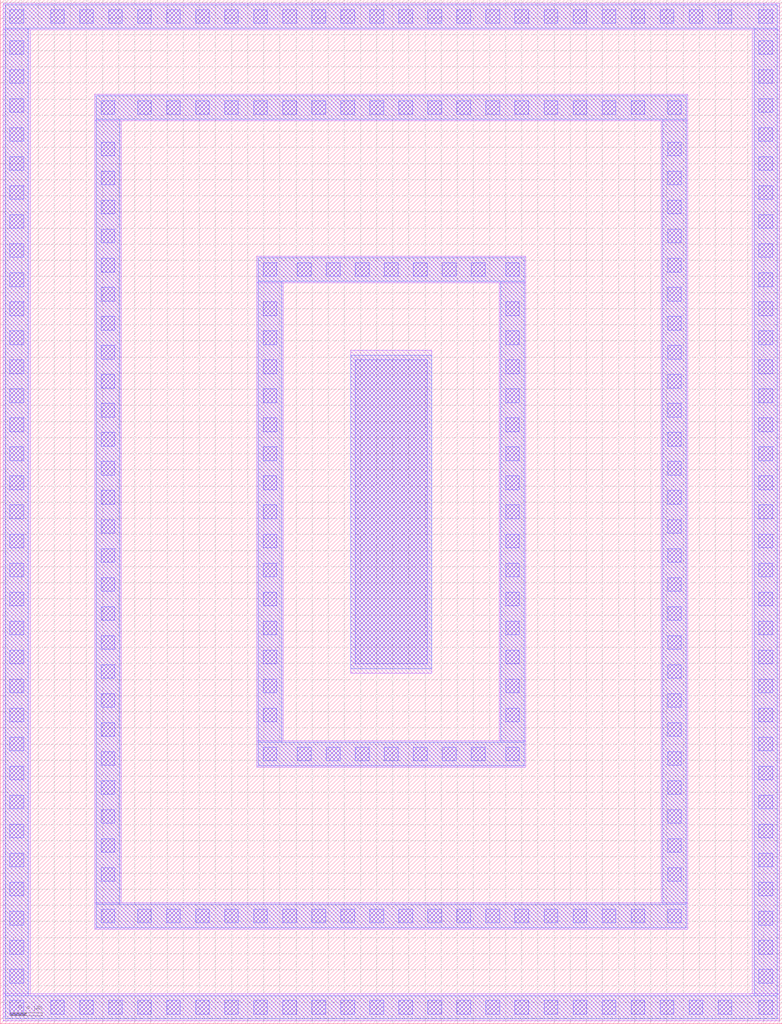
<source format=lef>
# Copyright 2020 The SkyWater PDK Authors
#
# Licensed under the Apache License, Version 2.0 (the "License");
# you may not use this file except in compliance with the License.
# You may obtain a copy of the License at
#
#     https://www.apache.org/licenses/LICENSE-2.0
#
# Unless required by applicable law or agreed to in writing, software
# distributed under the License is distributed on an "AS IS" BASIS,
# WITHOUT WARRANTIES OR CONDITIONS OF ANY KIND, either express or implied.
# See the License for the specific language governing permissions and
# limitations under the License.
#
# SPDX-License-Identifier: Apache-2.0

VERSION 5.7 ;
  NOWIREEXTENSIONATPIN ON ;
  DIVIDERCHAR "/" ;
  BUSBITCHARS "[]" ;
MACRO sky130_fd_pr__rf_npn_05v5_W1p00L4p00
  CLASS BLOCK ;
  FOREIGN sky130_fd_pr__rf_npn_05v5_W1p00L4p00 ;
  ORIGIN -0.130000 -0.130000 ;
  SIZE  9.700000 BY  12.70000 ;
  OBS
    LAYER li1 ;
      RECT 0.170000  0.170000 9.790000  0.500000 ;
      RECT 0.170000  0.500000 0.500000 12.460000 ;
      RECT 0.170000 12.460000 9.790000 12.790000 ;
      RECT 1.300000  1.300000 8.660000  1.630000 ;
      RECT 1.300000  1.630000 1.630000 11.330000 ;
      RECT 1.300000 11.330000 8.660000 11.660000 ;
      RECT 3.310000  3.310000 6.650000  3.640000 ;
      RECT 3.310000  3.640000 3.640000  9.320000 ;
      RECT 3.310000  9.320000 6.650000  9.650000 ;
      RECT 4.475000  4.475000 5.485000  8.485000 ;
      RECT 6.320000  3.640000 6.650000  9.320000 ;
      RECT 8.330000  1.630000 8.660000 11.330000 ;
      RECT 9.460000  0.500000 9.790000 12.460000 ;
    LAYER mcon ;
      RECT 0.250000  0.250000 0.420000  0.420000 ;
      RECT 0.250000  0.635000 0.420000  0.805000 ;
      RECT 0.250000  0.995000 0.420000  1.165000 ;
      RECT 0.250000  1.355000 0.420000  1.525000 ;
      RECT 0.250000  1.715000 0.420000  1.885000 ;
      RECT 0.250000  2.075000 0.420000  2.245000 ;
      RECT 0.250000  2.435000 0.420000  2.605000 ;
      RECT 0.250000  2.795000 0.420000  2.965000 ;
      RECT 0.250000  3.155000 0.420000  3.325000 ;
      RECT 0.250000  3.515000 0.420000  3.685000 ;
      RECT 0.250000  3.875000 0.420000  4.045000 ;
      RECT 0.250000  4.235000 0.420000  4.405000 ;
      RECT 0.250000  4.595000 0.420000  4.765000 ;
      RECT 0.250000  4.955000 0.420000  5.125000 ;
      RECT 0.250000  5.315000 0.420000  5.485000 ;
      RECT 0.250000  5.675000 0.420000  5.845000 ;
      RECT 0.250000  6.035000 0.420000  6.205000 ;
      RECT 0.250000  6.395000 0.420000  6.565000 ;
      RECT 0.250000  6.755000 0.420000  6.925000 ;
      RECT 0.250000  7.115000 0.420000  7.285000 ;
      RECT 0.250000  7.475000 0.420000  7.645000 ;
      RECT 0.250000  7.835000 0.420000  8.005000 ;
      RECT 0.250000  8.195000 0.420000  8.365000 ;
      RECT 0.250000  8.555000 0.420000  8.725000 ;
      RECT 0.250000  8.915000 0.420000  9.085000 ;
      RECT 0.250000  9.275000 0.420000  9.445000 ;
      RECT 0.250000  9.635000 0.420000  9.805000 ;
      RECT 0.250000  9.995000 0.420000 10.165000 ;
      RECT 0.250000 10.355000 0.420000 10.525000 ;
      RECT 0.250000 10.715000 0.420000 10.885000 ;
      RECT 0.250000 11.075000 0.420000 11.245000 ;
      RECT 0.250000 11.435000 0.420000 11.605000 ;
      RECT 0.250000 11.795000 0.420000 11.965000 ;
      RECT 0.250000 12.155000 0.420000 12.325000 ;
      RECT 0.250000 12.540000 0.420000 12.710000 ;
      RECT 0.755000  0.250000 0.925000  0.420000 ;
      RECT 0.755000 12.540000 0.925000 12.710000 ;
      RECT 1.115000  0.250000 1.285000  0.420000 ;
      RECT 1.115000 12.540000 1.285000 12.710000 ;
      RECT 1.380000  1.380000 1.550000  1.550000 ;
      RECT 1.380000  1.895000 1.550000  2.065000 ;
      RECT 1.380000  2.255000 1.550000  2.425000 ;
      RECT 1.380000  2.615000 1.550000  2.785000 ;
      RECT 1.380000  2.975000 1.550000  3.145000 ;
      RECT 1.380000  3.335000 1.550000  3.505000 ;
      RECT 1.380000  3.695000 1.550000  3.865000 ;
      RECT 1.380000  4.055000 1.550000  4.225000 ;
      RECT 1.380000  4.415000 1.550000  4.585000 ;
      RECT 1.380000  4.775000 1.550000  4.945000 ;
      RECT 1.380000  5.135000 1.550000  5.305000 ;
      RECT 1.380000  5.495000 1.550000  5.665000 ;
      RECT 1.380000  5.855000 1.550000  6.025000 ;
      RECT 1.380000  6.215000 1.550000  6.385000 ;
      RECT 1.380000  6.575000 1.550000  6.745000 ;
      RECT 1.380000  6.935000 1.550000  7.105000 ;
      RECT 1.380000  7.295000 1.550000  7.465000 ;
      RECT 1.380000  7.655000 1.550000  7.825000 ;
      RECT 1.380000  8.015000 1.550000  8.185000 ;
      RECT 1.380000  8.375000 1.550000  8.545000 ;
      RECT 1.380000  8.735000 1.550000  8.905000 ;
      RECT 1.380000  9.095000 1.550000  9.265000 ;
      RECT 1.380000  9.455000 1.550000  9.625000 ;
      RECT 1.380000  9.815000 1.550000  9.985000 ;
      RECT 1.380000 10.175000 1.550000 10.345000 ;
      RECT 1.380000 10.535000 1.550000 10.705000 ;
      RECT 1.380000 10.895000 1.550000 11.065000 ;
      RECT 1.380000 11.410000 1.550000 11.580000 ;
      RECT 1.475000  0.250000 1.645000  0.420000 ;
      RECT 1.475000 12.540000 1.645000 12.710000 ;
      RECT 1.835000  0.250000 2.005000  0.420000 ;
      RECT 1.835000  1.380000 2.005000  1.550000 ;
      RECT 1.835000 11.410000 2.005000 11.580000 ;
      RECT 1.835000 12.540000 2.005000 12.710000 ;
      RECT 2.195000  0.250000 2.365000  0.420000 ;
      RECT 2.195000  1.380000 2.365000  1.550000 ;
      RECT 2.195000 11.410000 2.365000 11.580000 ;
      RECT 2.195000 12.540000 2.365000 12.710000 ;
      RECT 2.555000  0.250000 2.725000  0.420000 ;
      RECT 2.555000  1.380000 2.725000  1.550000 ;
      RECT 2.555000 11.410000 2.725000 11.580000 ;
      RECT 2.555000 12.540000 2.725000 12.710000 ;
      RECT 2.915000  0.250000 3.085000  0.420000 ;
      RECT 2.915000  1.380000 3.085000  1.550000 ;
      RECT 2.915000 11.410000 3.085000 11.580000 ;
      RECT 2.915000 12.540000 3.085000 12.710000 ;
      RECT 3.275000  0.250000 3.445000  0.420000 ;
      RECT 3.275000  1.380000 3.445000  1.550000 ;
      RECT 3.275000 11.410000 3.445000 11.580000 ;
      RECT 3.275000 12.540000 3.445000 12.710000 ;
      RECT 3.390000  3.390000 3.560000  3.560000 ;
      RECT 3.390000  3.875000 3.560000  4.045000 ;
      RECT 3.390000  4.235000 3.560000  4.405000 ;
      RECT 3.390000  4.595000 3.560000  4.765000 ;
      RECT 3.390000  4.955000 3.560000  5.125000 ;
      RECT 3.390000  5.315000 3.560000  5.485000 ;
      RECT 3.390000  5.675000 3.560000  5.845000 ;
      RECT 3.390000  6.035000 3.560000  6.205000 ;
      RECT 3.390000  6.395000 3.560000  6.565000 ;
      RECT 3.390000  6.755000 3.560000  6.925000 ;
      RECT 3.390000  7.115000 3.560000  7.285000 ;
      RECT 3.390000  7.475000 3.560000  7.645000 ;
      RECT 3.390000  7.835000 3.560000  8.005000 ;
      RECT 3.390000  8.195000 3.560000  8.365000 ;
      RECT 3.390000  8.555000 3.560000  8.725000 ;
      RECT 3.390000  8.915000 3.560000  9.085000 ;
      RECT 3.390000  9.400000 3.560000  9.570000 ;
      RECT 3.635000  0.250000 3.805000  0.420000 ;
      RECT 3.635000  1.380000 3.805000  1.550000 ;
      RECT 3.635000 11.410000 3.805000 11.580000 ;
      RECT 3.635000 12.540000 3.805000 12.710000 ;
      RECT 3.815000  3.390000 3.985000  3.560000 ;
      RECT 3.815000  9.400000 3.985000  9.570000 ;
      RECT 3.995000  0.250000 4.165000  0.420000 ;
      RECT 3.995000  1.380000 4.165000  1.550000 ;
      RECT 3.995000 11.410000 4.165000 11.580000 ;
      RECT 3.995000 12.540000 4.165000 12.710000 ;
      RECT 4.175000  3.390000 4.345000  3.560000 ;
      RECT 4.175000  9.400000 4.345000  9.570000 ;
      RECT 4.355000  0.250000 4.525000  0.420000 ;
      RECT 4.355000  1.380000 4.525000  1.550000 ;
      RECT 4.355000 11.410000 4.525000 11.580000 ;
      RECT 4.355000 12.540000 4.525000 12.710000 ;
      RECT 4.535000  3.390000 4.705000  3.560000 ;
      RECT 4.535000  4.595000 5.425000  8.365000 ;
      RECT 4.535000  9.400000 4.705000  9.570000 ;
      RECT 4.715000  0.250000 4.885000  0.420000 ;
      RECT 4.715000  1.380000 4.885000  1.550000 ;
      RECT 4.715000 11.410000 4.885000 11.580000 ;
      RECT 4.715000 12.540000 4.885000 12.710000 ;
      RECT 4.895000  3.390000 5.065000  3.560000 ;
      RECT 4.895000  9.400000 5.065000  9.570000 ;
      RECT 5.075000  0.250000 5.245000  0.420000 ;
      RECT 5.075000  1.380000 5.245000  1.550000 ;
      RECT 5.075000 11.410000 5.245000 11.580000 ;
      RECT 5.075000 12.540000 5.245000 12.710000 ;
      RECT 5.255000  3.390000 5.425000  3.560000 ;
      RECT 5.255000  9.400000 5.425000  9.570000 ;
      RECT 5.435000  0.250000 5.605000  0.420000 ;
      RECT 5.435000  1.380000 5.605000  1.550000 ;
      RECT 5.435000 11.410000 5.605000 11.580000 ;
      RECT 5.435000 12.540000 5.605000 12.710000 ;
      RECT 5.615000  3.390000 5.785000  3.560000 ;
      RECT 5.615000  9.400000 5.785000  9.570000 ;
      RECT 5.795000  0.250000 5.965000  0.420000 ;
      RECT 5.795000  1.380000 5.965000  1.550000 ;
      RECT 5.795000 11.410000 5.965000 11.580000 ;
      RECT 5.795000 12.540000 5.965000 12.710000 ;
      RECT 5.975000  3.390000 6.145000  3.560000 ;
      RECT 5.975000  9.400000 6.145000  9.570000 ;
      RECT 6.155000  0.250000 6.325000  0.420000 ;
      RECT 6.155000  1.380000 6.325000  1.550000 ;
      RECT 6.155000 11.410000 6.325000 11.580000 ;
      RECT 6.155000 12.540000 6.325000 12.710000 ;
      RECT 6.400000  3.390000 6.570000  3.560000 ;
      RECT 6.400000  3.875000 6.570000  4.045000 ;
      RECT 6.400000  4.235000 6.570000  4.405000 ;
      RECT 6.400000  4.595000 6.570000  4.765000 ;
      RECT 6.400000  4.955000 6.570000  5.125000 ;
      RECT 6.400000  5.315000 6.570000  5.485000 ;
      RECT 6.400000  5.675000 6.570000  5.845000 ;
      RECT 6.400000  6.035000 6.570000  6.205000 ;
      RECT 6.400000  6.395000 6.570000  6.565000 ;
      RECT 6.400000  6.755000 6.570000  6.925000 ;
      RECT 6.400000  7.115000 6.570000  7.285000 ;
      RECT 6.400000  7.475000 6.570000  7.645000 ;
      RECT 6.400000  7.835000 6.570000  8.005000 ;
      RECT 6.400000  8.195000 6.570000  8.365000 ;
      RECT 6.400000  8.555000 6.570000  8.725000 ;
      RECT 6.400000  8.915000 6.570000  9.085000 ;
      RECT 6.400000  9.400000 6.570000  9.570000 ;
      RECT 6.515000  0.250000 6.685000  0.420000 ;
      RECT 6.515000  1.380000 6.685000  1.550000 ;
      RECT 6.515000 11.410000 6.685000 11.580000 ;
      RECT 6.515000 12.540000 6.685000 12.710000 ;
      RECT 6.875000  0.250000 7.045000  0.420000 ;
      RECT 6.875000  1.380000 7.045000  1.550000 ;
      RECT 6.875000 11.410000 7.045000 11.580000 ;
      RECT 6.875000 12.540000 7.045000 12.710000 ;
      RECT 7.235000  0.250000 7.405000  0.420000 ;
      RECT 7.235000  1.380000 7.405000  1.550000 ;
      RECT 7.235000 11.410000 7.405000 11.580000 ;
      RECT 7.235000 12.540000 7.405000 12.710000 ;
      RECT 7.595000  0.250000 7.765000  0.420000 ;
      RECT 7.595000  1.380000 7.765000  1.550000 ;
      RECT 7.595000 11.410000 7.765000 11.580000 ;
      RECT 7.595000 12.540000 7.765000 12.710000 ;
      RECT 7.955000  0.250000 8.125000  0.420000 ;
      RECT 7.955000  1.380000 8.125000  1.550000 ;
      RECT 7.955000 11.410000 8.125000 11.580000 ;
      RECT 7.955000 12.540000 8.125000 12.710000 ;
      RECT 8.315000  0.250000 8.485000  0.420000 ;
      RECT 8.315000 12.540000 8.485000 12.710000 ;
      RECT 8.410000  1.380000 8.580000  1.550000 ;
      RECT 8.410000  1.895000 8.580000  2.065000 ;
      RECT 8.410000  2.255000 8.580000  2.425000 ;
      RECT 8.410000  2.615000 8.580000  2.785000 ;
      RECT 8.410000  2.975000 8.580000  3.145000 ;
      RECT 8.410000  3.335000 8.580000  3.505000 ;
      RECT 8.410000  3.695000 8.580000  3.865000 ;
      RECT 8.410000  4.055000 8.580000  4.225000 ;
      RECT 8.410000  4.415000 8.580000  4.585000 ;
      RECT 8.410000  4.775000 8.580000  4.945000 ;
      RECT 8.410000  5.135000 8.580000  5.305000 ;
      RECT 8.410000  5.495000 8.580000  5.665000 ;
      RECT 8.410000  5.855000 8.580000  6.025000 ;
      RECT 8.410000  6.215000 8.580000  6.385000 ;
      RECT 8.410000  6.575000 8.580000  6.745000 ;
      RECT 8.410000  6.935000 8.580000  7.105000 ;
      RECT 8.410000  7.295000 8.580000  7.465000 ;
      RECT 8.410000  7.655000 8.580000  7.825000 ;
      RECT 8.410000  8.015000 8.580000  8.185000 ;
      RECT 8.410000  8.375000 8.580000  8.545000 ;
      RECT 8.410000  8.735000 8.580000  8.905000 ;
      RECT 8.410000  9.095000 8.580000  9.265000 ;
      RECT 8.410000  9.455000 8.580000  9.625000 ;
      RECT 8.410000  9.815000 8.580000  9.985000 ;
      RECT 8.410000 10.175000 8.580000 10.345000 ;
      RECT 8.410000 10.535000 8.580000 10.705000 ;
      RECT 8.410000 10.895000 8.580000 11.065000 ;
      RECT 8.410000 11.410000 8.580000 11.580000 ;
      RECT 8.675000  0.250000 8.845000  0.420000 ;
      RECT 8.675000 12.540000 8.845000 12.710000 ;
      RECT 9.035000  0.250000 9.205000  0.420000 ;
      RECT 9.035000 12.540000 9.205000 12.710000 ;
      RECT 9.540000  0.250000 9.710000  0.420000 ;
      RECT 9.540000  0.635000 9.710000  0.805000 ;
      RECT 9.540000  0.995000 9.710000  1.165000 ;
      RECT 9.540000  1.355000 9.710000  1.525000 ;
      RECT 9.540000  1.715000 9.710000  1.885000 ;
      RECT 9.540000  2.075000 9.710000  2.245000 ;
      RECT 9.540000  2.435000 9.710000  2.605000 ;
      RECT 9.540000  2.795000 9.710000  2.965000 ;
      RECT 9.540000  3.155000 9.710000  3.325000 ;
      RECT 9.540000  3.515000 9.710000  3.685000 ;
      RECT 9.540000  3.875000 9.710000  4.045000 ;
      RECT 9.540000  4.235000 9.710000  4.405000 ;
      RECT 9.540000  4.595000 9.710000  4.765000 ;
      RECT 9.540000  4.955000 9.710000  5.125000 ;
      RECT 9.540000  5.315000 9.710000  5.485000 ;
      RECT 9.540000  5.675000 9.710000  5.845000 ;
      RECT 9.540000  6.035000 9.710000  6.205000 ;
      RECT 9.540000  6.395000 9.710000  6.565000 ;
      RECT 9.540000  6.755000 9.710000  6.925000 ;
      RECT 9.540000  7.115000 9.710000  7.285000 ;
      RECT 9.540000  7.475000 9.710000  7.645000 ;
      RECT 9.540000  7.835000 9.710000  8.005000 ;
      RECT 9.540000  8.195000 9.710000  8.365000 ;
      RECT 9.540000  8.555000 9.710000  8.725000 ;
      RECT 9.540000  8.915000 9.710000  9.085000 ;
      RECT 9.540000  9.275000 9.710000  9.445000 ;
      RECT 9.540000  9.635000 9.710000  9.805000 ;
      RECT 9.540000  9.995000 9.710000 10.165000 ;
      RECT 9.540000 10.355000 9.710000 10.525000 ;
      RECT 9.540000 10.715000 9.710000 10.885000 ;
      RECT 9.540000 11.075000 9.710000 11.245000 ;
      RECT 9.540000 11.435000 9.710000 11.605000 ;
      RECT 9.540000 11.795000 9.710000 11.965000 ;
      RECT 9.540000 12.155000 9.710000 12.325000 ;
      RECT 9.540000 12.540000 9.710000 12.710000 ;
    LAYER met1 ;
      RECT 0.190000  0.190000 9.770000  0.480000 ;
      RECT 0.190000  0.480000 0.480000 12.480000 ;
      RECT 0.190000 12.480000 9.770000 12.770000 ;
      RECT 1.320000  1.320000 8.640000  1.610000 ;
      RECT 1.320000  1.610000 1.610000 11.350000 ;
      RECT 1.320000 11.350000 8.640000 11.640000 ;
      RECT 3.330000  3.330000 6.630000  3.620000 ;
      RECT 3.330000  3.620000 3.620000  9.340000 ;
      RECT 3.330000  9.340000 6.630000  9.630000 ;
      RECT 4.475000  4.535000 5.485000  8.425000 ;
      RECT 6.340000  3.620000 6.630000  9.340000 ;
      RECT 8.350000  1.610000 8.640000 11.350000 ;
      RECT 9.480000  0.480000 9.770000 12.480000 ;
  END
END sky130_fd_pr__rf_npn_05v5_W1p00L4p00
END LIBRARY

</source>
